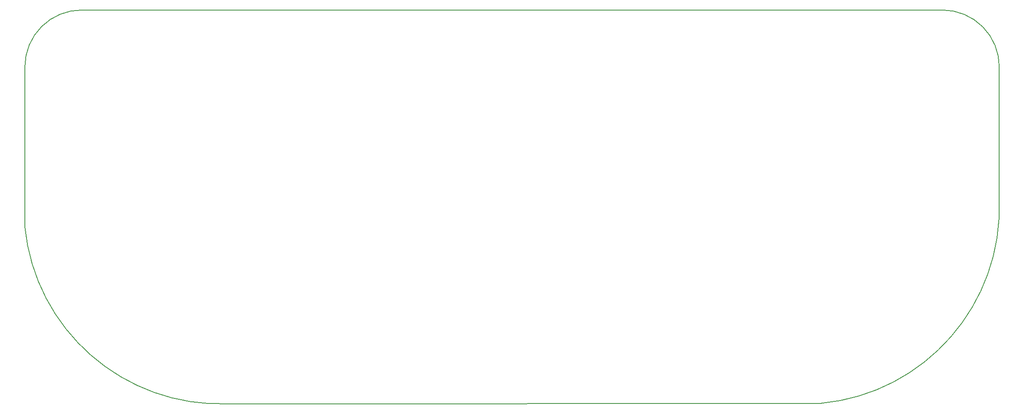
<source format=gm1>
G04 #@! TF.GenerationSoftware,KiCad,Pcbnew,5.1.6*
G04 #@! TF.CreationDate,2020-09-08T14:16:16+01:00*
G04 #@! TF.ProjectId,noip,6e6f6970-2e6b-4696-9361-645f70636258,.1*
G04 #@! TF.SameCoordinates,Original*
G04 #@! TF.FileFunction,Profile,NP*
%FSLAX46Y46*%
G04 Gerber Fmt 4.6, Leading zero omitted, Abs format (unit mm)*
G04 Created by KiCad (PCBNEW 5.1.6) date 2020-09-08 14:16:16*
%MOMM*%
%LPD*%
G01*
G04 APERTURE LIST*
G04 #@! TA.AperFunction,Profile*
%ADD10C,0.150000*%
G04 #@! TD*
G04 APERTURE END LIST*
D10*
X92209857Y-117656395D02*
G75*
G02*
X51300000Y-81910000I-1570905J39484963D01*
G01*
X247080000Y-76650000D02*
G75*
G02*
X211333605Y-117559857I-39484963J-1570905D01*
G01*
X247100000Y-50000000D02*
X247080000Y-76650000D01*
X235670000Y-38499786D02*
G75*
G02*
X247100000Y-50000000I0J-11430214D01*
G01*
X92209857Y-117656395D02*
X211333605Y-117559857D01*
X51329785Y-49900000D02*
G75*
G02*
X62800000Y-38500000I11400215J0D01*
G01*
X51329785Y-49900000D02*
X51300000Y-81910000D01*
X235670000Y-38499786D02*
X62800000Y-38500000D01*
M02*

</source>
